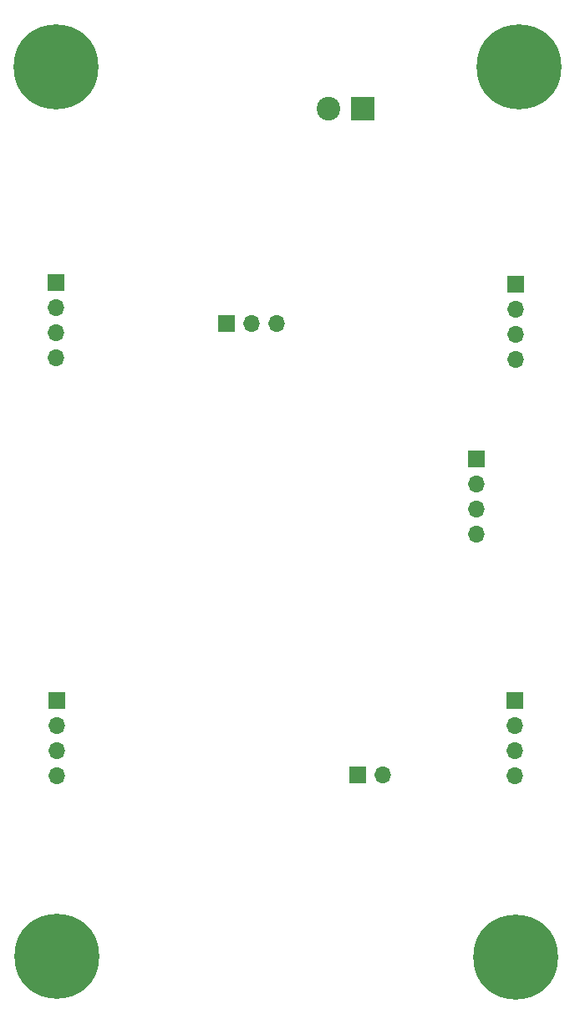
<source format=gbr>
%TF.GenerationSoftware,KiCad,Pcbnew,(5.1.10)-1*%
%TF.CreationDate,2021-11-07T19:26:15-08:00*%
%TF.ProjectId,stm32_pcb,73746d33-325f-4706-9362-2e6b69636164,rev?*%
%TF.SameCoordinates,Original*%
%TF.FileFunction,Soldermask,Bot*%
%TF.FilePolarity,Negative*%
%FSLAX46Y46*%
G04 Gerber Fmt 4.6, Leading zero omitted, Abs format (unit mm)*
G04 Created by KiCad (PCBNEW (5.1.10)-1) date 2021-11-07 19:26:15*
%MOMM*%
%LPD*%
G01*
G04 APERTURE LIST*
%ADD10O,1.700000X1.700000*%
%ADD11R,1.700000X1.700000*%
%ADD12C,2.400000*%
%ADD13R,2.400000X2.400000*%
%ADD14C,0.900000*%
%ADD15C,8.600000*%
G04 APERTURE END LIST*
D10*
%TO.C,J7*%
X182530000Y-93120000D03*
X182530000Y-90580000D03*
X182530000Y-88040000D03*
D11*
X182530000Y-85500000D03*
%TD*%
D10*
%TO.C,J6*%
X186520000Y-75360000D03*
X186520000Y-72820000D03*
X186520000Y-70280000D03*
D11*
X186520000Y-67740000D03*
%TD*%
D10*
%TO.C,J5*%
X140010000Y-117580000D03*
X140010000Y-115040000D03*
X140010000Y-112500000D03*
D11*
X140010000Y-109960000D03*
%TD*%
D12*
%TO.C,J4*%
X167500000Y-50000000D03*
D13*
X171000000Y-50000000D03*
%TD*%
D10*
%TO.C,J3*%
X173060000Y-117520000D03*
D11*
X170520000Y-117520000D03*
%TD*%
D10*
%TO.C,J2*%
X139900000Y-75210000D03*
X139900000Y-72670000D03*
X139900000Y-70130000D03*
D11*
X139900000Y-67590000D03*
%TD*%
D10*
%TO.C,J1*%
X186420000Y-117570000D03*
X186420000Y-115030000D03*
X186420000Y-112490000D03*
D11*
X186420000Y-109950000D03*
%TD*%
D14*
%TO.C,H4*%
X142220419Y-43469581D03*
X139940000Y-42525000D03*
X137659581Y-43469581D03*
X136715000Y-45750000D03*
X137659581Y-48030419D03*
X139940000Y-48975000D03*
X142220419Y-48030419D03*
X143165000Y-45750000D03*
D15*
X139940000Y-45750000D03*
%TD*%
D14*
%TO.C,H3*%
X142250419Y-133599581D03*
X139970000Y-132655000D03*
X137689581Y-133599581D03*
X136745000Y-135880000D03*
X137689581Y-138160419D03*
X139970000Y-139105000D03*
X142250419Y-138160419D03*
X143195000Y-135880000D03*
D15*
X139970000Y-135880000D03*
%TD*%
D14*
%TO.C,H2*%
X189080419Y-43459581D03*
X186800000Y-42515000D03*
X184519581Y-43459581D03*
X183575000Y-45740000D03*
X184519581Y-48020419D03*
X186800000Y-48965000D03*
X189080419Y-48020419D03*
X190025000Y-45740000D03*
D15*
X186800000Y-45740000D03*
%TD*%
D14*
%TO.C,H1*%
X188760419Y-133659581D03*
X186480000Y-132715000D03*
X184199581Y-133659581D03*
X183255000Y-135940000D03*
X184199581Y-138220419D03*
X186480000Y-139165000D03*
X188760419Y-138220419D03*
X189705000Y-135940000D03*
D15*
X186480000Y-135940000D03*
%TD*%
D10*
%TO.C,J8*%
X162240000Y-71740000D03*
X159700000Y-71740000D03*
D11*
X157160000Y-71740000D03*
%TD*%
M02*

</source>
